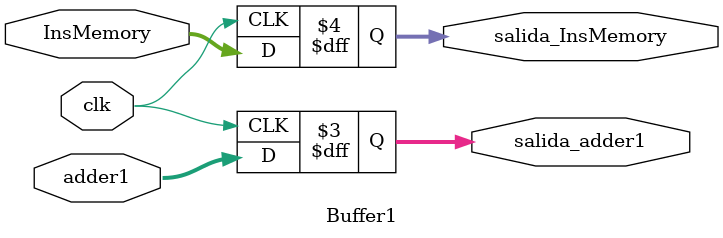
<source format=v>
`timescale 1ns/1ns

module Buffer1(
	input clk,
	input[31:0]adder1,
	input[31:0]InsMemory,
	output reg[31:0]salida_adder1,
	output reg[31:0]salida_InsMemory
);

initial 
begin 
	salida_adder1 = 0;
	salida_InsMemory = 0;
end

 always@(posedge clk)
begin
	salida_adder1 = adder1;
	salida_InsMemory = InsMemory;
end
endmodule

</source>
